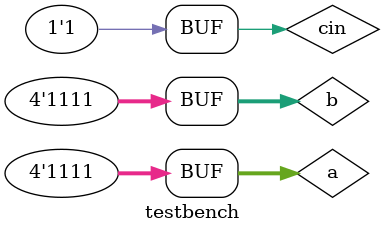
<source format=sv>
`timescale 1ns / 1ps
module testbench;

reg[3:0] a;
reg[3:0] b;
reg cin;
wire[3:0] s0;    // Êä³ö£ºÆß¶ÎÊýÂë¹ÜµÍÎ»
wire[1:0] s1;    // Êä³ö£ºÆß¶ÎÊýÂë¹Ü¸ßÎ»

initial begin
    for (integer i = 0; i < 16; i++) begin
        for (integer j = 0; j < 16; j++) begin
            for (integer k = 0; k < 2; k++) begin
                a = i;
                b = j;
                cin = k;
                #500;
            end
        end
    end
end

adder_1_3 a13 (.A(a), .B(b), .Cin(cin), .seg0(s0), .seg1(s1));

endmodule

</source>
